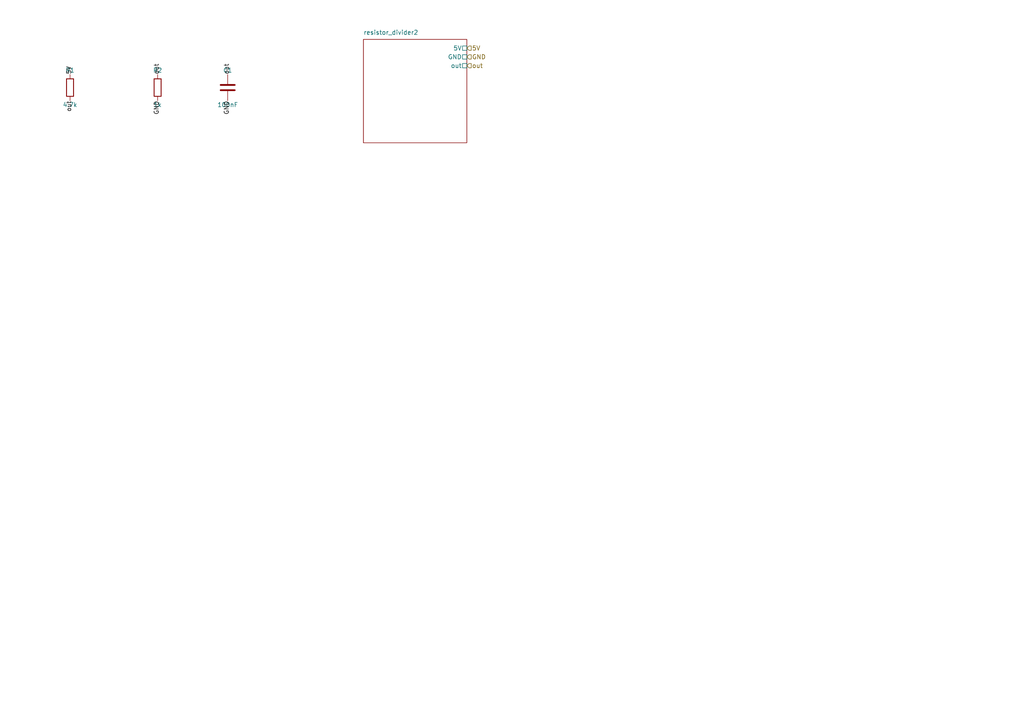
<source format=kicad_sch>
(kicad_sch (version 20250114) (generator kicad_api) (generator_version 9.0)
  (paper A4)
  (paper A4)
  (lib_symbols
    (symbol Device:C (pin_numbers hide) (pin_names (offset 0.254))
      (property "Reference" "C" (at 0.0 0.0 0))
      (property "Value" "C" (at 0.0 0.0 0))
      (symbol C_0_1
        (polyline (pts (xy -2.032 0.762) (xy 2.032 0.762)) (stroke (width 0.508)))
        (polyline (pts (xy -2.032 -0.762) (xy 2.032 -0.762)) (stroke (width 0.508)))
      )
      (symbol C_1_1
        (pin passive line (at 0.0 3.81 270) (length 2.794) (name ~) (number "1"))
        (pin passive line (at 0.0 -3.81 90) (length 2.794) (name ~) (number "2"))
      )
    )
    (symbol Device:R (pin_numbers hide) (pin_names (offset 0.254))
      (property "Reference" "R" (at 0.0 0.0 0))
      (property "Value" "R" (at 0.0 0.0 0))
      (symbol R_0_1
        (rectangle (start -1.016 -2.54) (end 1.016 2.54) (stroke (width 0.254)))
      )
      (symbol R_1_1
        (pin passive line (at 0.0 3.81 270) (length 1.27) (name ~) (number "1"))
        (pin passive line (at 0.0 -3.81 90) (length 1.27) (name ~) (number "2"))
      )
    )
  )
  (title_block (title resistor_divider) (date 2025-06-12) (company Circuit-Synth))
  (symbol (lib_id Device:R) (at 20.32 25.4 0)
    (property "Reference" "R1" (at 20.32 20.4 0))
    (property "Value" "4.7k" (at 20.32 30.4 0))
    (property "Footprint" "Resistor_SMD:R_0603_1608Metric" (effects (hide yes)))
    (instances (project "python_generated_reference_design" (path "" (reference R1) (unit 1))))
  )
  (symbol (lib_id Device:R) (at 45.72 25.4 0)
    (property "Reference" "R2" (at 45.72 20.4 0))
    (property "Value" "1k" (at 45.72 30.4 0))
    (property "Footprint" "Resistor_SMD:R_0603_1608Metric" (effects (hide yes)))
    (instances (project "python_generated_reference_design" (path "" (reference R2) (unit 1))))
  )
  (symbol (lib_id Device:C) (at 66.04 25.4 0)
    (property "Reference" "C1" (at 66.04 20.4 0))
    (property "Value" "100nF" (at 66.04 30.4 0))
    (property "Footprint" "Capacitor_SMD:C_0603_1608Metric" (effects (hide yes)))
    (instances (project "python_generated_reference_design" (path "" (reference C1) (unit 1))))
  )
  (label 5V (at 20.32 21.59 90))
  (label out (at 20.32 29.209999999999997 270))
  (label out (at 45.72 21.59 90))
  (label out (at 66.04 21.59 90))
  (label GND (at 45.72 29.209999999999997 270))
  (label GND (at 66.04 29.209999999999997 270))
  (hierarchical_label 5V (shape input) (at 135.41 13.97 0))
  (hierarchical_label GND (shape input) (at 135.41 16.51 0))
  (hierarchical_label out (shape input) (at 135.41 19.05 0))
  (sheet (at 105.41 11.43) (size 30.0 30.0) (stroke (width 0.12)) (fill (color 0 0 0 0.0))
    (property "Sheetname" "resistor_divider2" (at 105.41 10.16 0) (effects (justify left bottom)))
    (property "Sheetfile" "resistor_divider2.kicad_sch" (effects (hide yes)))
    (pin 5V passive (at 134.14 13.97 0))
    (pin GND passive (at 134.14 16.51 0))
    (pin out passive (at 134.14 19.05 0))
  )
)
</source>
